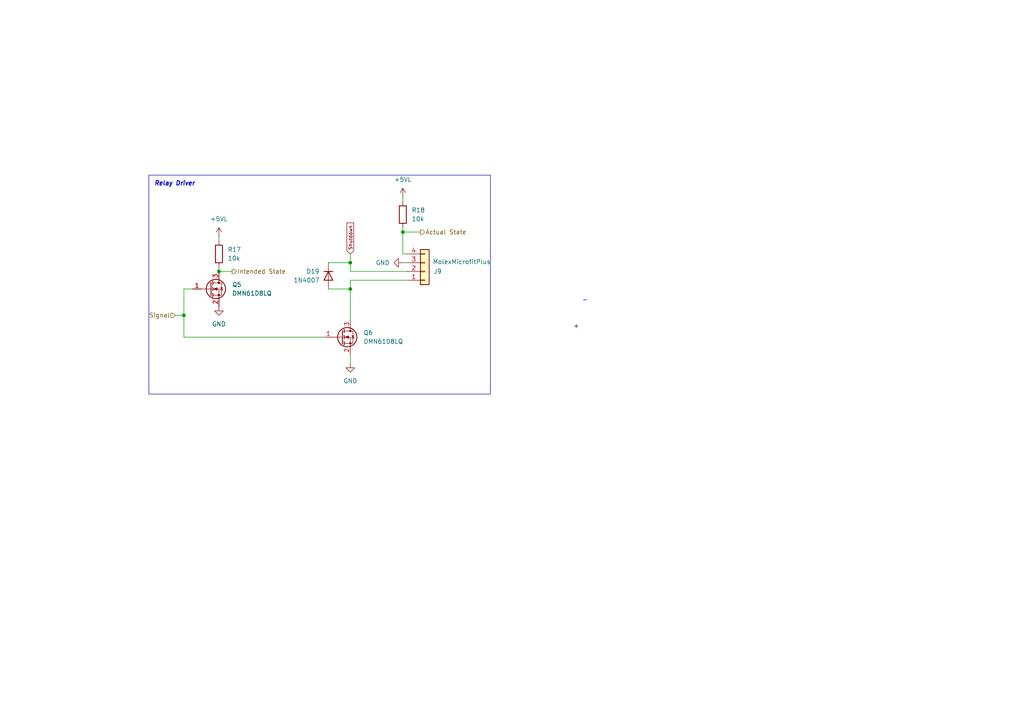
<source format=kicad_sch>
(kicad_sch (version 20250114) (generator "eeschema") (generator_version "9.0")
  (paper "A4")
  (title_block (title "Precharge") (date "2025-10-06") (rev "${REVISION}") (company "York Formula Student") (comment 1 "Designed by Josh B and Logan C"))
  (lib_symbols
    (symbol "Connector_Generic:Conn_01x04" (pin_names (offset 1.016) (hide yes))
      (property "Reference" "J" (at 0 5.08 0))
      (property "Value" "Conn_01x04" (at 0 -7.62 0))
      (symbol "Conn_01x04_1_1"
        (rectangle (start -1.27 3.81) (end 1.27 -6.35) (stroke (width 0.254)) (fill (type background)))
        (rectangle (start -1.27 2.667) (end 0 2.413) (stroke (width 0.1524)))
        (rectangle (start -1.27 0.127) (end 0 -0.127) (stroke (width 0.1524)))
        (rectangle (start -1.27 -2.413) (end 0 -2.667) (stroke (width 0.1524)))
        (rectangle (start -1.27 -4.953) (end 0 -5.207) (stroke (width 0.1524)))
        (pin passive line (at -5.08 2.54 0) (length 3.81) (name "Pin_1") (number "1"))
        (pin passive line (at -5.08 0 0) (length 3.81) (name "Pin_2") (number "2"))
        (pin passive line (at -5.08 -2.54 0) (length 3.81) (name "Pin_3") (number "3"))
        (pin passive line (at -5.08 -5.08 0) (length 3.81) (name "Pin_4") (number "4"))
      )
    )
    (symbol "Device:R" (pin_numbers (hide yes)) (pin_names (offset 0))
      (property "Reference" "R" (at 2.032 0 90))
      (property "Value" "R" (at 0 0 90))
      (symbol "R_0_1"
        (rectangle (start -1.016 -2.54) (end 1.016 2.54) (stroke (width 0.254)))
      )
      (symbol "R_1_1"
        (pin passive line (at 0 3.81 270) (length 1.27) (name "~") (number "1"))
        (pin passive line (at 0 -3.81 90) (length 1.27) (name "~") (number "2"))
      )
    )
    (symbol "Diode:1N4007" (pin_numbers (hide yes)) (pin_names (hide yes))
      (property "Reference" "D" (at 0 2.54 0))
      (property "Value" "1N4007" (at 0 -2.54 0))
      (symbol "1N4007_0_1"
        (polyline (pts (xy -1.27 1.27) (xy -1.27 -1.27)) (stroke (width 0.254)))
        (polyline (pts (xy 1.27 1.27) (xy 1.27 -1.27) (xy -1.27 0) (xy 1.27 1.27)) (stroke (width 0.254)))
        (polyline (pts (xy 1.27 0) (xy -1.27 0)))
      )
      (symbol "1N4007_1_1"
        (pin passive line (at -3.81 0 0) (length 2.54) (name "K") (number "1"))
        (pin passive line (at 3.81 0 180) (length 2.54) (name "A") (number "2"))
      )
    )
    (symbol "Transistor_FET:DMN61D8LQ" (pin_names (offset 0) (hide yes))
      (property "Reference" "Q" (at 5.08 1.905 0))
      (property "Value" "DMN61D8LQ" (at 5.08 0 0))
      (symbol "DMN61D8LQ_0_1"
        (polyline (pts (xy 0.254 1.905) (xy 0.254 -1.905)) (stroke (width 0.254)))
        (polyline (pts (xy 0.254 0) (xy -2.54 0)))
        (polyline (pts (xy 0.762 2.286) (xy 0.762 1.27)) (stroke (width 0.254)))
        (polyline (pts (xy 0.762 0.508) (xy 0.762 -0.508)) (stroke (width 0.254)))
        (polyline (pts (xy 0.762 -1.27) (xy 0.762 -2.286)) (stroke (width 0.254)))
        (polyline (pts (xy 0.762 -1.778) (xy 3.302 -1.778) (xy 3.302 1.778) (xy 0.762 1.778)))
        (polyline (pts (xy 1.016 0) (xy 2.032 0.381) (xy 2.032 -0.381) (xy 1.016 0)) (fill (type outline)))
        (circle (center 1.651 0) (radius 2.794) (stroke (width 0.254)))
        (polyline (pts (xy 2.54 2.54) (xy 2.54 1.778)))
        (circle (center 2.54 1.778) (radius 0.254) (fill (type outline)))
        (circle (center 2.54 -1.778) (radius 0.254) (fill (type outline)))
        (polyline (pts (xy 2.54 -2.54) (xy 2.54 0) (xy 0.762 0)))
        (polyline (pts (xy 2.921 0.381) (xy 3.683 0.381)))
        (polyline (pts (xy 3.302 0.381) (xy 2.921 -0.254) (xy 3.683 -0.254) (xy 3.302 0.381)))
      )
      (symbol "DMN61D8LQ_1_1"
        (pin input line (at -5.08 0 0) (length 2.54) (name "G") (number "1"))
        (pin passive line (at 2.54 5.08 270) (length 2.54) (name "D") (number "3"))
        (pin passive line (at 2.54 -5.08 90) (length 2.54) (name "S") (number "2"))
      )
    )
    (symbol "power:+5VL" (power) (pin_numbers (hide yes)) (pin_names (offset 0) (hide yes))
      (property "Value" "+5VL" (at 0 3.556 0))
      (symbol "+5VL_0_1"
        (polyline (pts (xy -0.762 1.27) (xy 0 2.54)))
        (polyline (pts (xy 0 2.54) (xy 0.762 1.27)))
        (polyline (pts (xy 0 0) (xy 0 2.54)))
      )
      (symbol "+5VL_1_1"
        (pin power_in line (at 0 0 90) (length 0) (name "~") (number "1"))
      )
    )
    (symbol "power:GND" (power) (pin_names (offset 0))
      (property "Value" "GND" (at 0 -3.81 0))
      (symbol "GND_0_1"
        (polyline (pts (xy 0 0) (xy 0 -1.27) (xy 1.27 -1.27) (xy 0 -2.54) (xy -1.27 -1.27) (xy 0 -1.27)))
      )
      (symbol "GND_1_1"
        (pin power_in line (at 0 0 270) (length 0) (hide yes) (name "GND") (number "1"))
      )
    )
  )
  (rectangle (start 43.18 50.8) (end 142.24 114.3))
  (text "Relay Driver" (at 44.704 53.34 0) (effects (font (size 1.27 1.27) (thickness 0.254) (bold yes) (italic yes)) (justify left)))
  (text "+" (at 167.132 94.742 0) (effects (font (size 1.27 1.27))))
  (text "-" (at 169.672 87.122 0) (effects (font (size 1.27 1.27))))
  (junction (at 116.84 67.31))
  (junction (at 101.6 83.82))
  (junction (at 53.34 91.44))
  (junction (at 63.5 78.74))
  (junction (at 101.6 76.2))
  (wire (pts (xy 121.92 67.31) (xy 116.84 67.31)))
  (wire (pts (xy 95.25 83.82) (xy 101.6 83.82)))
  (wire (pts (xy 50.8 91.44) (xy 53.34 91.44)))
  (wire (pts (xy 95.25 76.2) (xy 101.6 76.2)))
  (wire (pts (xy 116.84 67.31) (xy 116.84 73.66)))
  (wire (pts (xy 101.6 78.74) (xy 118.11 78.74)))
  (wire (pts (xy 101.6 83.82) (xy 101.6 92.71)))
  (wire (pts (xy 101.6 81.28) (xy 101.6 83.82)))
  (wire (pts (xy 53.34 97.79) (xy 93.98 97.79)))
  (wire (pts (xy 101.6 102.87) (xy 101.6 105.41)))
  (wire (pts (xy 63.5 77.47) (xy 63.5 78.74)))
  (wire (pts (xy 101.6 73.66) (xy 101.6 76.2)))
  (wire (pts (xy 101.6 81.28) (xy 118.11 81.28)))
  (wire (pts (xy 63.5 68.58) (xy 63.5 69.85)))
  (wire (pts (xy 118.11 76.2) (xy 116.84 76.2)))
  (wire (pts (xy 116.84 57.15) (xy 116.84 58.42)))
  (wire (pts (xy 116.84 66.04) (xy 116.84 67.31)))
  (wire (pts (xy 53.34 83.82) (xy 53.34 91.44)))
  (wire (pts (xy 63.5 78.74) (xy 67.31 78.74)))
  (wire (pts (xy 55.88 83.82) (xy 53.34 83.82)))
  (wire (pts (xy 116.84 73.66) (xy 118.11 73.66)))
  (wire (pts (xy 53.34 91.44) (xy 53.34 97.79)))
  (wire (pts (xy 101.6 76.2) (xy 101.6 78.74)))
  (global_label "Shutdown" (shape input) (at 101.6 73.66 90) (effects (font (size 1 1))) (property "Intersheetrefs" "${INTERSHEET_REFS}" (effects (hide yes))))
  (hierarchical_label "Intended State" (shape output) (at 67.31 78.74 0))
  (hierarchical_label "Signal" (shape input) (at 50.8 91.44 180))
  (hierarchical_label "Actual State" (shape output) (at 121.92 67.31 0))
  (symbol (lib_id "power:+5VL") (at 63.5 68.58 0) (unit 1)
    (property "Reference" "#PWR045" (effects (hide yes)))
    (property "Value" "+5VL" (at 63.5 63.5 0))
    (property "Description" "Power symbol creates a global label with name \"+5VL\"" (effects (hide yes)))
    (instances (project "Precharge_PCB" (path "" (reference "#PWR050") (unit 1)) (path "" (reference "#PWR045") (unit 1))))
  )
  (symbol (lib_id "power:+5VL") (at 116.84 57.15 0) (unit 1)
    (property "Reference" "#PWR048" (effects (hide yes)))
    (property "Value" "+5VL" (at 116.84 52.07 0))
    (property "Description" "Power symbol creates a global label with name \"+5VL\"" (effects (hide yes)))
    (instances (project "" (path "" (reference "#PWR053") (unit 1)) (path "" (reference "#PWR048") (unit 1))))
  )
  (symbol (lib_id "Transistor_FET:DMN61D8LQ") (at 99.06 97.79 0) (unit 1)
    (property "Reference" "Q4" (at 105.41 96.5199 0) (effects (justify left)))
    (property "Value" "DMN61D8LQ" (at 105.41 99.0599 0) (effects (justify left)))
    (property "Footprint" "Package_TO_SOT_SMD:SOT-23" (effects (hide yes)))
    (property "Datasheet" "https://www.diodes.com/assets/Datasheets/DMN61D8LQ.pdf" (effects (hide yes)))
    (property "Description" "60V Vds, 0.470A Id, N-Channel MOSFET for switching inductive loads , SOT-23" (effects (hide yes)))
    (instances (project "Precharge_PCB" (path "" (reference "Q6") (unit 1)) (path "" (reference "Q4") (unit 1))))
  )
  (symbol (lib_id "Device:R") (at 116.84 62.23 0) (unit 1)
    (property "Reference" "R16" (at 119.38 60.9599 0) (effects (justify left)))
    (property "Value" "10k" (at 119.38 63.4999 0) (effects (justify left)))
    (property "Footprint" "Resistor_SMD:R_0603_1608Metric" (effects (hide yes)))
    (property "Description" "Resistor" (effects (hide yes)))
    (instances (project "Precharge_PCB" (path "" (reference "R18") (unit 1)) (path "" (reference "R16") (unit 1))))
  )
  (symbol (lib_id "power:GND") (at 63.5 88.9 0) (unit 1)
    (property "Reference" "#PWR046" (effects (hide yes)))
    (property "Value" "GND" (at 63.5 93.98 0))
    (instances (project "Precharge_PCB" (path "" (reference "#PWR051") (unit 1)) (path "" (reference "#PWR046") (unit 1))))
  )
  (symbol (lib_id "Connector_Generic:Conn_01x04") (at 123.19 78.74 0) (mirror x) (unit 1)
    (property "Reference" "J8" (at 125.73 78.7401 0) (effects (justify left)))
    (property "Value" "MolexMicrofitPlus" (at 125.476 75.946 0) (effects (justify left)))
    (property "Description" "Generic connector, single row, 01x04, script generated (kicad-library-utils/schlib/autogen/connector/)" (effects (hide yes)))
    (instances (project "Precharge_PCB" (path "" (reference "J9") (unit 1)) (path "" (reference "J8") (unit 1))))
  )
  (symbol (lib_id "Device:R") (at 63.5 73.66 0) (unit 1)
    (property "Reference" "R15" (at 66.04 72.3899 0) (effects (justify left)))
    (property "Value" "10k" (at 66.04 74.9299 0) (effects (justify left)))
    (property "Footprint" "Resistor_SMD:R_0603_1608Metric" (effects (hide yes)))
    (property "Description" "Resistor" (effects (hide yes)))
    (instances (project "" (path "" (reference "R17") (unit 1)) (path "" (reference "R15") (unit 1))))
  )
  (symbol (lib_id "Diode:1N4007") (at 95.25 80.01 90) (mirror x) (unit 1)
    (property "Reference" "D18" (at 92.71 78.7399 90) (effects (justify left)))
    (property "Value" "1N4007" (at 92.71 81.2799 90) (effects (justify left)))
    (property "Footprint" "Diode_SMD:D_SMA" (effects (hide yes)))
    (property "Datasheet" "http://www.vishay.com/docs/88503/1n4001.pdf" (effects (hide yes)))
    (property "Description" "1000V 1A General Purpose Rectifier Diode, DO-41" (effects (hide yes)))
    (property "Sim.Device" "D" (effects (hide yes)))
    (property "Sim.Pins" "1=K 2=A" (effects (hide yes)))
    (instances (project "Precharge_PCB" (path "" (reference "D19") (unit 1)) (path "" (reference "D18") (unit 1))))
  )
  (symbol (lib_id "power:GND") (at 116.84 76.2 270) (unit 1)
    (property "Reference" "#PWR049" (effects (hide yes)))
    (property "Value" "GND" (at 113.03 76.1999 90) (effects (justify right)))
    (instances (project "Precharge_PCB" (path "" (reference "#PWR054") (unit 1)) (path "" (reference "#PWR049") (unit 1))))
  )
  (symbol (lib_id "Transistor_FET:DMN61D8LQ") (at 60.96 83.82 0) (unit 1)
    (property "Reference" "Q3" (at 67.31 82.5499 0) (effects (justify left)))
    (property "Value" "DMN61D8LQ" (at 67.31 85.0899 0) (effects (justify left)))
    (property "Footprint" "Package_TO_SOT_SMD:SOT-23" (effects (hide yes)))
    (property "Datasheet" "https://www.diodes.com/assets/Datasheets/DMN61D8LQ.pdf" (effects (hide yes)))
    (property "Description" "60V Vds, 0.470A Id, N-Channel MOSFET for switching inductive loads , SOT-23" (effects (hide yes)))
    (instances (project "Precharge_PCB" (path "" (reference "Q5") (unit 1)) (path "" (reference "Q3") (unit 1))))
  )
  (symbol (lib_id "power:GND") (at 101.6 105.41 0) (unit 1)
    (property "Reference" "#PWR047" (effects (hide yes)))
    (property "Value" "GND" (at 101.6 110.49 0))
    (instances (project "Precharge_PCB" (path "" (reference "#PWR052") (unit 1)) (path "" (reference "#PWR047") (unit 1))))
  )
)
</source>
